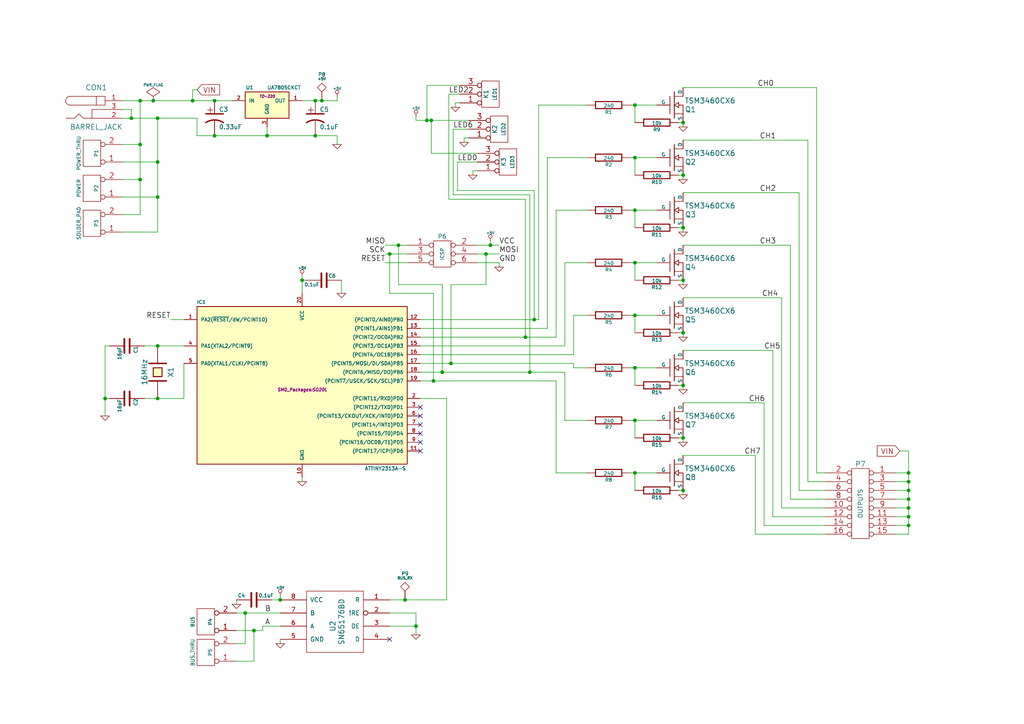
<source format=kicad_sch>
(kicad_sch (version 20230121) (generator eeschema)
  (paper "A4")
  (lib_symbols
    (symbol "loraine_node-rescue:+5V" (power) (pin_names (offset 1.016))
      (property "Value" "+5V" (at 0 2.286 0))
      (symbol "+5V_0_0"
        (pin power_in line (at 0 0 90) (length 0) hide (name "+5V") (number "1"))
      )
      (symbol "+5V_0_1"
        (polyline (pts (xy 0 0) (xy 0 0.762) (xy 0 0.762) (xy 0 0.762)))
        (circle (center 0 1.27) (radius 0.508))
      )
    )
    (symbol "loraine_node-rescue:ATTINY2313A-S" (pin_names (offset 1.016))
      (property "Reference" "IC" (at -29.21 25.4 0))
      (property "Value" "ATTINY2313A-S" (at 24.13 -22.86 0))
      (property "Footprint" "SO20" (at 0 0 0))
      (symbol "ATTINY2313A-S_0_1"
        (rectangle (start 30.48 -21.59) (end -30.48 24.13) (stroke (width 0.254)) (fill (type background)))
      )
      (symbol "ATTINY2313A-S_1_1"
        (pin input line (at -34.29 20.32 0) (length 3.81) (name "PA2(~{RESET}/dW/PCINT10)") (number "1"))
        (pin power_out line (at 0 -25.4 90) (length 3.81) (name "GND") (number "10"))
        (pin bidirectional line (at 34.29 -17.78 180) (length 3.81) (name "(PCINT17/ICPI)PD6") (number "11"))
        (pin bidirectional line (at 34.29 20.32 180) (length 3.81) (name "(PCINT0/AIN0)PB0") (number "12"))
        (pin bidirectional line (at 34.29 17.78 180) (length 3.81) (name "(PCINT1/AIN1)PB1") (number "13"))
        (pin bidirectional line (at 34.29 15.24 180) (length 3.81) (name "(PCINT2/OC0A)PB2") (number "14"))
        (pin bidirectional line (at 34.29 12.7 180) (length 3.81) (name "(PCINT3/OC1A)PB3") (number "15"))
        (pin bidirectional line (at 34.29 10.16 180) (length 3.81) (name "(PCINT4/OC1B)PB4") (number "16"))
        (pin bidirectional line (at 34.29 7.62 180) (length 3.81) (name "(PCINT5/MOSI/DI/SDA)PB5") (number "17"))
        (pin bidirectional line (at 34.29 5.08 180) (length 3.81) (name "(PCINT6/MISO/DO)PB6") (number "18"))
        (pin bidirectional line (at 34.29 2.54 180) (length 3.81) (name "(PCINT7/USCK/SCK/SCL)PB7") (number "19"))
        (pin bidirectional line (at 34.29 -2.54 180) (length 3.81) (name "(PCINT11/RXD)PD0") (number "2"))
        (pin power_in line (at 0 27.94 270) (length 3.81) (name "VCC") (number "20"))
        (pin bidirectional line (at 34.29 -5.08 180) (length 3.81) (name "(PCINT12/TXD)PD1") (number "3"))
        (pin input line (at -34.29 12.7 0) (length 3.81) (name "PA1(XTAL2/PCINT9)") (number "4"))
        (pin input line (at -34.29 7.62 0) (length 3.81) (name "PA0(XTAL1/CLKI/PCINT8)") (number "5"))
        (pin bidirectional line (at 34.29 -7.62 180) (length 3.81) (name "(PCINT13/CKOUT/XCK/INT0)PD2") (number "6"))
        (pin bidirectional line (at 34.29 -10.16 180) (length 3.81) (name "(PCINT14/INT1)PD3") (number "7"))
        (pin bidirectional line (at 34.29 -12.7 180) (length 3.81) (name "(PCINT15/T0)PD4") (number "8"))
        (pin bidirectional line (at 34.29 -15.24 180) (length 3.81) (name "(PCINT16/OC0B/T1)PD5") (number "9"))
      )
    )
    (symbol "loraine_node-rescue:BARREL_JACK" (pin_names (offset 1.016))
      (property "Reference" "CON" (at 0 6.35 0))
      (property "Value" "BARREL_JACK" (at 0 -5.08 0))
      (symbol "BARREL_JACK_0_1"
        (arc (start -8.89 2.54) (mid -8.5271 1.6254) (end -7.62 1.27))
        (arc (start -7.62 3.81) (mid -8.5088 3.4366) (end -8.89 2.54))
        (polyline (pts (xy -7.62 1.27) (xy 0 1.27)))
        (polyline (pts (xy 0 3.81) (xy -7.62 3.81)))
        (polyline (pts (xy 2.54 0) (xy -1.27 0) (xy -1.27 -2.54)))
        (polyline (pts (xy 2.54 -2.54) (xy -3.81 -2.54) (xy -5.08 -1.27) (xy -6.35 -2.54) (xy -8.89 -2.54)))
        (rectangle (start 2.54 3.81) (end 0 1.27))
      )
      (symbol "BARREL_JACK_1_1"
        (pin passive line (at 7.62 2.54 180) (length 5.08) (name "~") (number "1"))
        (pin passive line (at 7.62 -2.54 180) (length 5.08) (name "~") (number "2"))
        (pin passive line (at 7.62 0 180) (length 5.08) (name "~") (number "3"))
      )
    )
    (symbol "loraine_node-rescue:C" (pin_numbers hide) (pin_names (offset 0.254))
      (property "Reference" "C" (at 0 2.54 0))
      (property "Value" "C" (at 0.1524 -2.159 0))
      (symbol "C_0_1"
        (polyline (pts (xy -2.032 -0.762) (xy 2.032 -0.762)) (stroke (width 0.508)))
        (polyline (pts (xy -2.032 0.762) (xy 2.032 0.762)) (stroke (width 0.508)))
      )
      (symbol "C_1_1"
        (pin passive line (at 0 5.08 270) (length 4.318) (name "~") (number "1"))
        (pin passive line (at 0 -5.08 90) (length 4.318) (name "~") (number "2"))
      )
    )
    (symbol "loraine_node-rescue:CONN_2" (pin_names (offset 1.016) hide)
      (property "Reference" "P" (at -1.27 0 90))
      (property "Value" "CONN_2" (at 1.27 0 90))
      (symbol "CONN_2_0_1"
        (rectangle (start -2.54 3.81) (end 2.54 -3.81))
      )
      (symbol "CONN_2_1_1"
        (pin passive inverted (at -8.89 2.54 0) (length 6.35) (name "P1") (number "1"))
        (pin passive inverted (at -8.89 -2.54 0) (length 6.35) (name "PM") (number "2"))
      )
    )
    (symbol "loraine_node-rescue:CONN_3" (pin_names (offset 1.016) hide)
      (property "Reference" "K" (at -1.27 0 90))
      (property "Value" "CONN_3" (at 1.27 0 90))
      (symbol "CONN_3_0_1"
        (rectangle (start -2.54 3.81) (end 2.54 -3.81))
      )
      (symbol "CONN_3_1_1"
        (pin passive inverted (at -8.89 2.54 0) (length 6.35) (name "P1") (number "1"))
        (pin passive inverted (at -8.89 0 0) (length 6.35) (name "PM") (number "2"))
        (pin passive inverted (at -8.89 -2.54 0) (length 6.35) (name "P3") (number "3"))
      )
    )
    (symbol "loraine_node-rescue:CONN_3X2" (pin_names (offset 1.016) hide)
      (property "Reference" "P" (at 0 6.35 0))
      (property "Value" "CONN_3X2" (at 0 1.27 90))
      (symbol "CONN_3X2_0_1"
        (rectangle (start -2.54 5.08) (end 2.54 -2.54))
      )
      (symbol "CONN_3X2_1_1"
        (pin passive inverted (at -10.16 3.81 0) (length 7.62) (name "1") (number "1"))
        (pin passive inverted (at 10.16 3.81 180) (length 7.62) (name "2") (number "2"))
        (pin passive inverted (at -10.16 1.27 0) (length 7.62) (name "3") (number "3"))
        (pin passive inverted (at 10.16 1.27 180) (length 7.62) (name "4") (number "4"))
        (pin passive inverted (at -10.16 -1.27 0) (length 7.62) (name "5") (number "5"))
        (pin passive inverted (at 10.16 -1.27 180) (length 7.62) (name "6") (number "6"))
      )
    )
    (symbol "loraine_node-rescue:CONN_8X2" (pin_names (offset 1.016))
      (property "Reference" "P" (at 0 11.43 0))
      (property "Value" "CONN_8X2" (at 0 0 90))
      (symbol "CONN_8X2_0_1"
        (rectangle (start -2.54 10.16) (end 2.54 -10.16))
      )
      (symbol "CONN_8X2_1_1"
        (pin passive inverted (at -10.16 8.89 0) (length 7.62) (name "~") (number "1"))
        (pin passive inverted (at 10.16 -1.27 180) (length 7.62) (name "~") (number "10"))
        (pin passive inverted (at -10.16 -3.81 0) (length 7.62) (name "~") (number "11"))
        (pin passive inverted (at 10.16 -3.81 180) (length 7.62) (name "~") (number "12"))
        (pin passive inverted (at -10.16 -6.35 0) (length 7.62) (name "~") (number "13"))
        (pin passive inverted (at 10.16 -6.35 180) (length 7.62) (name "~") (number "14"))
        (pin passive inverted (at -10.16 -8.89 0) (length 7.62) (name "~") (number "15"))
        (pin passive inverted (at 10.16 -8.89 180) (length 7.62) (name "~") (number "16"))
        (pin passive inverted (at 10.16 8.89 180) (length 7.62) (name "~") (number "2"))
        (pin passive inverted (at -10.16 6.35 0) (length 7.62) (name "~") (number "3"))
        (pin passive inverted (at 10.16 6.35 180) (length 7.62) (name "~") (number "4"))
        (pin passive inverted (at -10.16 3.81 0) (length 7.62) (name "~") (number "5"))
        (pin passive inverted (at 10.16 3.81 180) (length 7.62) (name "~") (number "6"))
        (pin passive inverted (at -10.16 1.27 0) (length 7.62) (name "~") (number "7"))
        (pin passive inverted (at 10.16 1.27 180) (length 7.62) (name "~") (number "8"))
        (pin passive inverted (at -10.16 -1.27 0) (length 7.62) (name "~") (number "9"))
      )
    )
    (symbol "loraine_node-rescue:CP1" (pin_numbers hide) (pin_names (offset 0.254) hide)
      (property "Reference" "C" (at 1.27 2.54 0))
      (property "Value" "CP1" (at 1.27 -2.54 0))
      (symbol "CP1_0_0"
        (text "+" (at -1.27 2.54 0) (effects (font (size 2.032 2.032))))
      )
      (symbol "CP1_0_1"
        (polyline (pts (xy -2.54 1.27) (xy 2.54 1.27) (xy 1.27 1.27) (xy 1.27 1.27)) (stroke (width 0.381)))
        (arc (start 2.54 -1.27) (mid 0 -0.5009) (end -2.54 -1.27) (stroke (width 0.381)))
      )
      (symbol "CP1_1_1"
        (pin passive line (at 0 5.08 270) (length 3.81) (name "~") (number "1"))
        (pin passive line (at 0 -5.08 90) (length 4.572) (name "~") (number "2"))
      )
    )
    (symbol "loraine_node-rescue:CRYSTAL" (pin_numbers hide) (pin_names (offset 1.016) hide)
      (property "Reference" "X" (at 0 3.81 0))
      (property "Value" "CRYSTAL" (at 0 -3.81 0))
      (symbol "CRYSTAL_0_1"
        (polyline (pts (xy -2.54 2.54) (xy -2.54 -2.54)) (stroke (width 0.4064)))
        (polyline (pts (xy 2.54 2.54) (xy 2.54 -2.54)) (stroke (width 0.4064)))
        (polyline (pts (xy -1.27 1.27) (xy 1.27 1.27) (xy 1.27 -1.27) (xy -1.27 -1.27) (xy -1.27 1.27)) (stroke (width 0.3048)) (fill (type background)))
      )
      (symbol "CRYSTAL_1_1"
        (pin passive line (at -7.62 0 0) (length 5.08) (name "1") (number "1"))
        (pin passive line (at 7.62 0 180) (length 5.08) (name "2") (number "2"))
      )
    )
    (symbol "loraine_node-rescue:GND" (power) (pin_names (offset 0))
      (symbol "GND_0_1"
        (polyline (pts (xy -1.27 0) (xy 0 -1.27) (xy 1.27 0) (xy -1.27 0)))
      )
      (symbol "GND_1_1"
        (pin power_in line (at 0 0 90) (length 0) hide (name "GND") (number "1"))
      )
    )
    (symbol "loraine_node-rescue:MOS_N" (pin_numbers hide) (pin_names (offset 0))
      (property "Reference" "Q" (at 0.254 4.318 0))
      (property "Value" "MOS_N" (at 0.254 -3.81 0))
      (symbol "MOS_N_0_1"
        (polyline (pts (xy -1.27 -2.54) (xy -1.27 2.54)) (stroke (width 0.2032)))
        (polyline (pts (xy 0 -3.81) (xy 0 3.81)) (stroke (width 0.254)))
        (polyline (pts (xy 2.54 -2.54) (xy 0 -2.54)))
        (polyline (pts (xy 2.54 2.54) (xy 0 2.54)))
        (polyline (pts (xy 2.54 -2.54) (xy 2.54 0) (xy 1.27 0)) (stroke (width 0.2032)))
        (polyline (pts (xy 1.27 0.762) (xy 1.27 -0.762) (xy 0 0) (xy 1.27 0.762) (xy 1.27 0.762)) (stroke (width 0.2032)))
      )
      (symbol "MOS_N_1_1"
        (pin passive line (at 2.54 5.08 270) (length 2.54) (name "D") (number "D"))
        (pin input line (at -5.08 0 0) (length 3.81) (name "G") (number "G"))
        (pin passive line (at 2.54 -5.08 90) (length 2.54) (name "S") (number "S"))
      )
    )
    (symbol "loraine_node-rescue:PWR_FLAG" (power) (pin_numbers hide) (pin_names (offset 0) hide)
      (property "Value" "PWR_FLAG" (at 0 4.572 0))
      (symbol "PWR_FLAG_0_0"
        (pin power_out line (at 0 0 90) (length 0) (name "pwr") (number "1"))
      )
      (symbol "PWR_FLAG_0_1"
        (polyline (pts (xy 0 0) (xy 0 1.27) (xy -1.905 2.54) (xy 0 3.81) (xy 1.905 2.54) (xy 0 1.27)))
      )
    )
    (symbol "loraine_node-rescue:R" (pin_numbers hide) (pin_names (offset 0))
      (property "Reference" "R" (at 2.032 0 90))
      (property "Value" "R" (at 0.1778 0.0254 90))
      (symbol "R_0_1"
        (rectangle (start -1.016 3.81) (end 1.016 -3.81) (stroke (width 0.3048)))
      )
      (symbol "R_1_1"
        (pin passive line (at 0 6.35 270) (length 2.54) (name "~") (number "1"))
        (pin passive line (at 0 -6.35 90) (length 2.54) (name "~") (number "2"))
      )
    )
    (symbol "loraine_node-rescue:SN65176BD" (pin_names (offset 1.016))
      (property "Reference" "U" (at 8.89 7.62 90))
      (property "Value" "SN65176BD" (at 6.35 8.89 90))
      (symbol "SN65176BD_0_1"
        (rectangle (start 0 17.78) (end 16.51 0))
      )
      (symbol "SN65176BD_1_1"
        (pin output line (at -7.62 15.24 0) (length 7.62) (name "R") (number "1"))
        (pin input inverted (at -7.62 11.43 0) (length 7.62) (name "!RE") (number "2"))
        (pin input line (at -7.62 7.62 0) (length 7.62) (name "DE") (number "3"))
        (pin input line (at -7.62 3.81 0) (length 7.62) (name "D") (number "4"))
        (pin power_in line (at 24.13 3.81 180) (length 7.62) (name "GND") (number "5"))
        (pin tri_state line (at 24.13 7.62 180) (length 7.62) (name "A") (number "6"))
        (pin tri_state line (at 24.13 11.43 180) (length 7.62) (name "B") (number "7"))
        (pin power_in line (at 24.13 15.24 180) (length 7.62) (name "VCC") (number "8"))
      )
    )
    (symbol "loraine_node-rescue:TST" (pin_numbers hide) (pin_names (offset 1.016) hide)
      (property "Reference" "P" (at 0 7.62 0))
      (property "Value" "TST" (at 0 6.35 0))
      (symbol "TST_0_1"
        (polyline (pts (xy 0 5.08) (xy -1.27 3.81) (xy 0 2.54) (xy 1.27 3.81) (xy 0 5.08) (xy 0 5.08)))
      )
      (symbol "TST_1_1"
        (pin passive line (at 0 0 90) (length 2.54) (name "~") (number "1"))
      )
    )
    (symbol "ua7805ckct:UA7805CKCT" (pin_names (offset 1.016))
      (property "Reference" "U" (at -5.08 5.08 0))
      (property "Value" "UA7805CKCT" (at 0 5.08 0))
      (property "Footprint" "TO-220" (at 0 2.54 0))
      (symbol "UA7805CKCT_0_1"
        (rectangle (start -6.35 3.81) (end 6.35 -3.81) (stroke (width 0.254)) (fill (type background)))
      )
      (symbol "UA7805CKCT_1_1"
        (pin power_out line (at 10.16 1.27 180) (length 3.81) (name "OUT") (number "1"))
        (pin input line (at -10.16 1.27 0) (length 3.81) (name "IN") (number "2"))
        (pin power_in line (at 0 -6.35 90) (length 2.54) (name "GND") (number "3"))
      )
    )
  )
  (junction (at 263.525 139.7))
  (junction (at 198.12 127))
  (junction (at 142.24 71.12))
  (junction (at 154.94 92.71))
  (junction (at 198.12 142.24))
  (junction (at 38.1 34.29))
  (junction (at 198.12 66.04))
  (junction (at 184.15 137.16))
  (junction (at 113.03 73.66))
  (junction (at 45.72 57.15))
  (junction (at 198.12 35.56))
  (junction (at 40.64 41.91))
  (junction (at 87.63 81.28))
  (junction (at 91.44 29.21))
  (junction (at 44.45 29.21))
  (junction (at 263.525 147.32))
  (junction (at 184.15 45.72))
  (junction (at 91.44 39.37))
  (junction (at 184.15 76.2))
  (junction (at 125.73 110.49))
  (junction (at 73.66 182.88))
  (junction (at 45.72 115.57))
  (junction (at 152.4 97.79))
  (junction (at 81.28 173.99))
  (junction (at 40.64 52.07))
  (junction (at 77.47 39.37))
  (junction (at 30.48 115.57))
  (junction (at 117.475 173.99))
  (junction (at 198.12 50.8))
  (junction (at 62.23 29.21))
  (junction (at 263.525 144.78))
  (junction (at 115.57 71.12))
  (junction (at 184.15 60.96))
  (junction (at 40.64 29.21))
  (junction (at 198.12 111.76))
  (junction (at 45.72 100.33))
  (junction (at 45.72 46.99))
  (junction (at 45.72 34.29))
  (junction (at 263.525 137.16))
  (junction (at 62.23 39.37))
  (junction (at 263.525 152.4))
  (junction (at 153.67 107.95))
  (junction (at 71.12 177.8))
  (junction (at 125.095 34.925))
  (junction (at 123.825 34.925))
  (junction (at 55.88 29.21))
  (junction (at 140.97 73.66))
  (junction (at 198.12 96.52))
  (junction (at 263.525 149.86))
  (junction (at 184.15 91.44))
  (junction (at 263.525 142.24))
  (junction (at 184.15 30.48))
  (junction (at 184.15 106.68))
  (junction (at 184.15 121.92))
  (junction (at 130.81 105.41))
  (junction (at 128.27 107.95))
  (junction (at 198.12 81.28))
  (junction (at 120.65 181.61))
  (junction (at 93.345 29.21))
  (no_connect (at 121.92 130.81))
  (no_connect (at 113.03 185.42))
  (no_connect (at 121.92 128.27))
  (no_connect (at 121.92 123.19))
  (no_connect (at 121.92 118.11))
  (no_connect (at 121.92 120.65))
  (no_connect (at 121.92 125.73))
  (wire (pts (xy 121.92 102.87) (xy 166.37 102.87)))
  (wire (pts (xy 263.525 142.24) (xy 259.715 142.24)))
  (wire (pts (xy 113.03 181.61) (xy 120.65 181.61)))
  (wire (pts (xy 184.15 96.52) (xy 184.15 91.44)))
  (wire (pts (xy 263.525 149.86) (xy 259.715 149.86)))
  (wire (pts (xy 113.03 73.66) (xy 118.11 73.66)))
  (wire (pts (xy 263.525 144.78) (xy 263.525 147.32)))
  (wire (pts (xy 115.57 71.12) (xy 115.57 82.55)))
  (wire (pts (xy 132.08 31.115) (xy 132.08 29.845)))
  (wire (pts (xy 40.64 29.21) (xy 40.64 41.91)))
  (wire (pts (xy 158.75 45.72) (xy 170.18 45.72)))
  (wire (pts (xy 184.15 45.72) (xy 190.5 45.72)))
  (wire (pts (xy 166.37 106.68) (xy 170.18 106.68)))
  (wire (pts (xy 184.15 121.92) (xy 190.5 121.92)))
  (wire (pts (xy 132.715 46.99) (xy 132.715 55.245)))
  (wire (pts (xy 263.525 137.16) (xy 263.525 139.7)))
  (wire (pts (xy 134.62 40.005) (xy 135.89 40.005)))
  (wire (pts (xy 198.12 142.24) (xy 198.12 143.51)))
  (wire (pts (xy 45.72 67.31) (xy 35.56 67.31)))
  (wire (pts (xy 182.88 121.92) (xy 184.15 121.92)))
  (wire (pts (xy 113.03 85.09) (xy 125.73 85.09)))
  (wire (pts (xy 97.79 39.37) (xy 97.79 41.91)))
  (wire (pts (xy 87.63 81.28) (xy 87.63 85.09)))
  (wire (pts (xy 132.715 55.245) (xy 154.94 55.245)))
  (wire (pts (xy 154.94 92.71) (xy 156.21 92.71)))
  (wire (pts (xy 130.81 105.41) (xy 166.37 105.41)))
  (wire (pts (xy 161.29 137.16) (xy 170.18 137.16)))
  (wire (pts (xy 263.525 144.78) (xy 259.715 144.78)))
  (wire (pts (xy 76.2 181.61) (xy 81.28 181.61)))
  (wire (pts (xy 130.175 27.305) (xy 130.175 57.785)))
  (wire (pts (xy 184.15 76.2) (xy 190.5 76.2)))
  (wire (pts (xy 120.65 33.655) (xy 120.65 34.925)))
  (wire (pts (xy 198.12 35.56) (xy 198.12 36.83)))
  (wire (pts (xy 57.15 39.37) (xy 62.23 39.37)))
  (wire (pts (xy 184.15 91.44) (xy 190.5 91.44)))
  (wire (pts (xy 198.12 71.12) (xy 229.235 71.12)))
  (wire (pts (xy 76.2 182.88) (xy 76.2 181.61)))
  (wire (pts (xy 128.27 107.95) (xy 153.67 107.95)))
  (wire (pts (xy 219.075 132.08) (xy 219.075 154.94)))
  (wire (pts (xy 128.27 82.55) (xy 128.27 107.95)))
  (wire (pts (xy 99.06 81.28) (xy 99.06 85.09)))
  (wire (pts (xy 111.76 73.66) (xy 113.03 73.66)))
  (wire (pts (xy 40.64 29.21) (xy 44.45 29.21)))
  (wire (pts (xy 152.4 57.785) (xy 152.4 97.79)))
  (wire (pts (xy 44.45 29.21) (xy 55.88 29.21)))
  (wire (pts (xy 111.76 76.2) (xy 118.11 76.2)))
  (wire (pts (xy 115.57 71.12) (xy 118.11 71.12)))
  (wire (pts (xy 73.66 182.88) (xy 76.2 182.88)))
  (wire (pts (xy 113.03 177.8) (xy 120.65 177.8)))
  (wire (pts (xy 142.24 71.12) (xy 144.78 71.12)))
  (wire (pts (xy 198.12 50.8) (xy 198.12 52.07)))
  (wire (pts (xy 138.43 71.12) (xy 142.24 71.12)))
  (wire (pts (xy 137.16 50.8) (xy 137.16 49.53)))
  (wire (pts (xy 49.53 92.71) (xy 53.34 92.71)))
  (wire (pts (xy 153.67 56.515) (xy 131.445 56.515)))
  (wire (pts (xy 198.12 40.64) (xy 234.315 40.64)))
  (wire (pts (xy 196.85 127) (xy 198.12 127)))
  (wire (pts (xy 229.235 71.12) (xy 229.235 144.78)))
  (wire (pts (xy 55.88 29.21) (xy 62.23 29.21)))
  (wire (pts (xy 166.37 102.87) (xy 166.37 91.44)))
  (wire (pts (xy 198.12 111.76) (xy 198.12 113.03)))
  (wire (pts (xy 154.94 55.245) (xy 154.94 92.71)))
  (wire (pts (xy 221.615 116.84) (xy 198.12 116.84)))
  (wire (pts (xy 45.72 100.33) (xy 53.34 100.33)))
  (wire (pts (xy 156.21 30.48) (xy 170.18 30.48)))
  (wire (pts (xy 40.64 52.07) (xy 35.56 52.07)))
  (wire (pts (xy 40.64 52.07) (xy 40.64 62.23)))
  (wire (pts (xy 158.75 95.25) (xy 158.75 45.72)))
  (wire (pts (xy 45.72 34.29) (xy 57.15 34.29)))
  (wire (pts (xy 161.29 97.79) (xy 161.29 60.96)))
  (wire (pts (xy 81.28 173.99) (xy 81.28 172.72)))
  (wire (pts (xy 71.12 177.8) (xy 71.12 186.69)))
  (wire (pts (xy 263.525 154.94) (xy 259.715 154.94)))
  (wire (pts (xy 263.525 139.7) (xy 259.715 139.7)))
  (wire (pts (xy 117.475 173.99) (xy 113.03 173.99)))
  (wire (pts (xy 38.1 34.29) (xy 45.72 34.29)))
  (wire (pts (xy 137.16 49.53) (xy 138.43 49.53)))
  (wire (pts (xy 234.315 139.7) (xy 239.395 139.7)))
  (wire (pts (xy 184.15 50.8) (xy 184.15 45.72)))
  (wire (pts (xy 184.15 66.04) (xy 184.15 60.96)))
  (wire (pts (xy 91.44 29.21) (xy 93.345 29.21)))
  (wire (pts (xy 263.525 137.16) (xy 259.715 137.16)))
  (wire (pts (xy 121.92 95.25) (xy 158.75 95.25)))
  (wire (pts (xy 236.855 137.16) (xy 236.855 25.4)))
  (wire (pts (xy 77.47 39.37) (xy 77.47 36.83)))
  (wire (pts (xy 93.345 29.21) (xy 97.79 29.21)))
  (wire (pts (xy 263.525 147.32) (xy 263.525 149.86)))
  (wire (pts (xy 120.65 181.61) (xy 120.65 184.15)))
  (wire (pts (xy 57.15 34.29) (xy 57.15 39.37)))
  (wire (pts (xy 140.97 82.55) (xy 140.97 73.66)))
  (wire (pts (xy 45.72 34.29) (xy 45.72 46.99)))
  (wire (pts (xy 259.715 152.4) (xy 263.525 152.4)))
  (wire (pts (xy 132.715 46.99) (xy 138.43 46.99)))
  (wire (pts (xy 45.72 46.99) (xy 45.72 57.15)))
  (wire (pts (xy 198.12 96.52) (xy 198.12 97.79)))
  (wire (pts (xy 184.15 111.76) (xy 184.15 106.68)))
  (wire (pts (xy 263.525 152.4) (xy 263.525 154.94)))
  (wire (pts (xy 125.095 44.45) (xy 138.43 44.45)))
  (wire (pts (xy 35.56 46.99) (xy 45.72 46.99)))
  (wire (pts (xy 260.985 130.81) (xy 263.525 130.81)))
  (wire (pts (xy 153.67 107.95) (xy 153.67 56.515)))
  (wire (pts (xy 198.12 132.08) (xy 219.075 132.08)))
  (wire (pts (xy 182.88 91.44) (xy 184.15 91.44)))
  (wire (pts (xy 198.12 127) (xy 198.12 128.27)))
  (wire (pts (xy 182.88 45.72) (xy 184.15 45.72)))
  (wire (pts (xy 121.92 100.33) (xy 163.83 100.33)))
  (wire (pts (xy 68.58 173.99) (xy 68.58 175.26)))
  (wire (pts (xy 153.67 107.95) (xy 163.83 107.95)))
  (wire (pts (xy 123.825 24.765) (xy 133.35 24.765)))
  (wire (pts (xy 113.03 85.09) (xy 113.03 73.66)))
  (wire (pts (xy 87.63 29.21) (xy 91.44 29.21)))
  (wire (pts (xy 182.88 60.96) (xy 184.15 60.96)))
  (wire (pts (xy 236.855 25.4) (xy 198.12 25.4)))
  (wire (pts (xy 263.525 149.86) (xy 263.525 152.4)))
  (wire (pts (xy 111.76 71.12) (xy 115.57 71.12)))
  (wire (pts (xy 87.63 80.01) (xy 87.63 81.28)))
  (wire (pts (xy 263.525 130.81) (xy 263.525 137.16)))
  (wire (pts (xy 131.445 56.515) (xy 131.445 37.465)))
  (wire (pts (xy 163.83 100.33) (xy 163.83 76.2)))
  (wire (pts (xy 239.395 142.24) (xy 231.775 142.24)))
  (wire (pts (xy 120.65 34.925) (xy 123.825 34.925)))
  (wire (pts (xy 239.395 147.32) (xy 226.695 147.32)))
  (wire (pts (xy 30.48 100.33) (xy 30.48 115.57)))
  (wire (pts (xy 163.83 121.92) (xy 170.18 121.92)))
  (wire (pts (xy 88.9 81.28) (xy 87.63 81.28)))
  (wire (pts (xy 125.73 110.49) (xy 161.29 110.49)))
  (wire (pts (xy 234.315 40.64) (xy 234.315 139.7)))
  (wire (pts (xy 196.85 50.8) (xy 198.12 50.8)))
  (wire (pts (xy 142.24 71.12) (xy 142.24 69.85)))
  (wire (pts (xy 161.29 110.49) (xy 161.29 137.16)))
  (wire (pts (xy 196.85 96.52) (xy 198.12 96.52)))
  (wire (pts (xy 97.79 29.21) (xy 97.79 27.94)))
  (wire (pts (xy 129.54 173.99) (xy 117.475 173.99)))
  (wire (pts (xy 129.54 115.57) (xy 129.54 173.99)))
  (wire (pts (xy 35.56 29.21) (xy 40.64 29.21)))
  (wire (pts (xy 184.15 30.48) (xy 190.5 30.48)))
  (wire (pts (xy 226.695 147.32) (xy 226.695 86.36)))
  (wire (pts (xy 68.58 182.88) (xy 73.66 182.88)))
  (wire (pts (xy 45.72 57.15) (xy 45.72 67.31)))
  (wire (pts (xy 41.91 115.57) (xy 45.72 115.57)))
  (wire (pts (xy 221.615 152.4) (xy 221.615 116.84)))
  (wire (pts (xy 140.97 73.66) (xy 144.78 73.66)))
  (wire (pts (xy 196.85 142.24) (xy 198.12 142.24)))
  (wire (pts (xy 224.155 101.6) (xy 224.155 149.86)))
  (wire (pts (xy 144.78 76.2) (xy 144.78 77.47)))
  (wire (pts (xy 40.64 62.23) (xy 35.56 62.23)))
  (wire (pts (xy 239.395 152.4) (xy 221.615 152.4)))
  (wire (pts (xy 62.23 39.37) (xy 77.47 39.37)))
  (wire (pts (xy 71.12 177.8) (xy 81.28 177.8)))
  (wire (pts (xy 239.395 137.16) (xy 236.855 137.16)))
  (wire (pts (xy 77.47 39.37) (xy 91.44 39.37)))
  (wire (pts (xy 35.56 41.91) (xy 40.64 41.91)))
  (wire (pts (xy 81.28 185.42) (xy 81.28 186.69)))
  (wire (pts (xy 130.175 57.785) (xy 152.4 57.785)))
  (wire (pts (xy 163.83 107.95) (xy 163.83 121.92)))
  (wire (pts (xy 263.525 139.7) (xy 263.525 142.24)))
  (wire (pts (xy 132.08 29.845) (xy 133.35 29.845)))
  (wire (pts (xy 161.29 60.96) (xy 170.18 60.96)))
  (wire (pts (xy 198.12 81.28) (xy 198.12 82.55)))
  (wire (pts (xy 53.34 115.57) (xy 53.34 105.41)))
  (wire (pts (xy 121.92 107.95) (xy 128.27 107.95)))
  (wire (pts (xy 78.74 173.99) (xy 81.28 173.99)))
  (wire (pts (xy 263.525 142.24) (xy 263.525 144.78)))
  (wire (pts (xy 184.15 106.68) (xy 190.5 106.68)))
  (wire (pts (xy 125.095 34.925) (xy 125.095 44.45)))
  (wire (pts (xy 123.825 34.925) (xy 125.095 34.925)))
  (wire (pts (xy 131.445 37.465) (xy 135.89 37.465)))
  (wire (pts (xy 121.92 105.41) (xy 130.81 105.41)))
  (wire (pts (xy 231.775 142.24) (xy 231.775 55.88)))
  (wire (pts (xy 121.92 92.71) (xy 154.94 92.71)))
  (wire (pts (xy 87.63 138.43) (xy 87.63 139.7)))
  (wire (pts (xy 156.21 92.71) (xy 156.21 30.48)))
  (wire (pts (xy 120.65 177.8) (xy 120.65 181.61)))
  (wire (pts (xy 182.88 137.16) (xy 184.15 137.16)))
  (wire (pts (xy 166.37 105.41) (xy 166.37 106.68)))
  (wire (pts (xy 196.85 66.04) (xy 198.12 66.04)))
  (wire (pts (xy 38.1 31.75) (xy 38.1 34.29)))
  (wire (pts (xy 184.15 137.16) (xy 190.5 137.16)))
  (wire (pts (xy 31.75 115.57) (xy 30.48 115.57)))
  (wire (pts (xy 196.85 81.28) (xy 198.12 81.28)))
  (wire (pts (xy 123.825 34.925) (xy 123.825 24.765)))
  (wire (pts (xy 182.88 76.2) (xy 184.15 76.2)))
  (wire (pts (xy 196.85 111.76) (xy 198.12 111.76)))
  (wire (pts (xy 229.235 144.78) (xy 239.395 144.78)))
  (wire (pts (xy 130.81 82.55) (xy 130.81 105.41)))
  (wire (pts (xy 55.88 26.035) (xy 55.88 29.21)))
  (wire (pts (xy 184.15 81.28) (xy 184.15 76.2)))
  (wire (pts (xy 125.095 34.925) (xy 135.89 34.925)))
  (wire (pts (xy 184.15 127) (xy 184.15 121.92)))
  (wire (pts (xy 163.83 76.2) (xy 170.18 76.2)))
  (wire (pts (xy 35.56 31.75) (xy 38.1 31.75)))
  (wire (pts (xy 35.56 34.29) (xy 38.1 34.29)))
  (wire (pts (xy 224.155 149.86) (xy 239.395 149.86)))
  (wire (pts (xy 184.15 60.96) (xy 190.5 60.96)))
  (wire (pts (xy 231.775 55.88) (xy 198.12 55.88)))
  (wire (pts (xy 73.66 191.77) (xy 68.58 191.77)))
  (wire (pts (xy 71.12 186.69) (xy 68.58 186.69)))
  (wire (pts (xy 30.48 115.57) (xy 30.48 120.65)))
  (wire (pts (xy 184.15 35.56) (xy 184.15 30.48)))
  (wire (pts (xy 226.695 86.36) (xy 198.12 86.36)))
  (wire (pts (xy 138.43 73.66) (xy 140.97 73.66)))
  (wire (pts (xy 121.92 115.57) (xy 129.54 115.57)))
  (wire (pts (xy 198.12 66.04) (xy 198.12 67.31)))
  (wire (pts (xy 152.4 97.79) (xy 161.29 97.79)))
  (wire (pts (xy 219.075 154.94) (xy 239.395 154.94)))
  (wire (pts (xy 31.75 100.33) (xy 30.48 100.33)))
  (wire (pts (xy 41.91 100.33) (xy 45.72 100.33)))
  (wire (pts (xy 73.66 182.88) (xy 73.66 191.77)))
  (wire (pts (xy 115.57 82.55) (xy 128.27 82.55)))
  (wire (pts (xy 134.62 41.275) (xy 134.62 40.005)))
  (wire (pts (xy 62.23 29.21) (xy 67.31 29.21)))
  (wire (pts (xy 40.64 41.91) (xy 40.64 52.07)))
  (wire (pts (xy 263.525 147.32) (xy 259.715 147.32)))
  (wire (pts (xy 45.72 115.57) (xy 53.34 115.57)))
  (wire (pts (xy 130.81 82.55) (xy 140.97 82.55)))
  (wire (pts (xy 130.175 27.305) (xy 133.35 27.305)))
  (wire (pts (xy 45.72 57.15) (xy 35.56 57.15)))
  (wire (pts (xy 166.37 91.44) (xy 170.18 91.44)))
  (wire (pts (xy 198.12 101.6) (xy 224.155 101.6)))
  (wire (pts (xy 91.44 39.37) (xy 97.79 39.37)))
  (wire (pts (xy 68.58 177.8) (xy 71.12 177.8)))
  (wire (pts (xy 182.88 106.68) (xy 184.15 106.68)))
  (wire (pts (xy 138.43 76.2) (xy 144.78 76.2)))
  (wire (pts (xy 125.73 85.09) (xy 125.73 110.49)))
  (wire (pts (xy 121.92 97.79) (xy 152.4 97.79)))
  (wire (pts (xy 121.92 110.49) (xy 125.73 110.49)))
  (wire (pts (xy 182.88 30.48) (xy 184.15 30.48)))
  (wire (pts (xy 184.15 142.24) (xy 184.15 137.16)))
  (wire (pts (xy 196.85 35.56) (xy 198.12 35.56)))
  (wire (pts (xy 55.88 26.035) (xy 57.15 26.035)))
  (label "SCK" (at 111.76 73.66 180) (effects (font (size 1.524 1.524))))
  (label "CH2" (at 220.345 55.88 0) (effects (font (size 1.524 1.524))))
  (label "MOSI" (at 144.78 73.66 0) (effects (font (size 1.524 1.524))))
  (label "GND" (at 144.78 76.2 0) (effects (font (size 1.524 1.524))))
  (label "CH3" (at 220.345 71.12 0) (effects (font (size 1.524 1.524))))
  (label "RESET" (at 49.53 92.71 180) (effects (font (size 1.524 1.524))))
  (label "CH4" (at 220.98 86.36 0) (effects (font (size 1.524 1.524))))
  (label "CH7" (at 215.9 132.08 0) (effects (font (size 1.524 1.524))))
  (label "CH6" (at 217.17 116.84 0) (effects (font (size 1.524 1.524))))
  (label "LED2" (at 130.175 27.305 0) (effects (font (size 1.524 1.524))))
  (label "B" (at 76.835 177.8 0) (effects (font (size 1.524 1.524))))
  (label "RESET" (at 111.76 76.2 180) (effects (font (size 1.524 1.524))))
  (label "CH1" (at 220.345 40.64 0) (effects (font (size 1.524 1.524))))
  (label "LED6" (at 131.445 37.465 0) (effects (font (size 1.524 1.524))))
  (label "CH0" (at 219.71 25.4 0) (effects (font (size 1.524 1.524))))
  (label "LED0" (at 132.715 46.99 0) (effects (font (size 1.524 1.524))))
  (label "A" (at 76.835 181.61 0) (effects (font (size 1.524 1.524))))
  (label "VCC" (at 144.78 71.12 0) (effects (font (size 1.524 1.524))))
  (label "MISO" (at 111.76 71.12 180) (effects (font (size 1.524 1.524))))
  (label "CH5" (at 221.615 101.6 0) (effects (font (size 1.524 1.524))))
  (global_label "VIN" (shape input) (at 260.985 130.81 180) (effects (font (size 1.524 1.524))) (property "Intersheetrefs" "${INTERSHEET_REFS}" (effects hide)))
  (global_label "VIN" (shape input) (at 57.15 26.035 0) (effects (font (size 1.524 1.524))) (property "Intersheetrefs" "${INTERSHEET_REFS}" (effects hide)))
  (symbol (lib_id "loraine_node-rescue:ATTINY2313A-S") (at 87.63 113.03 0) (unit 1)
    (property "Reference" "IC1" (at 58.42 87.63 0) (effects (font (size 1.016 1.016))))
    (property "Value" "ATTINY2313A-S" (at 111.76 135.89 0) (effects (font (size 1.016 1.016))))
    (property "Footprint" "SMD_Packages:SO20L" (at 87.63 113.03 0) (effects (font (size 0.889 0.889) italic)))
  )
  (symbol (lib_id "loraine_node-rescue:SN65176BD") (at 105.41 189.23 0) (mirror y) (unit 1)
    (property "Reference" "U2" (at 96.52 181.61 90) (effects (font (size 1.524 1.524))))
    (property "Value" "SN65176BD" (at 99.06 180.34 90) (effects (font (size 1.524 1.524))))
    (property "Footprint" "SMD_Packages:SO8E" (effects hide))
  )
  (symbol (lib_id "loraine_node-rescue:CRYSTAL") (at 45.72 107.95 270) (unit 1)
    (property "Reference" "X1" (at 49.53 107.95 0) (effects (font (size 1.524 1.524))))
    (property "Value" "16MHz" (at 41.91 107.95 0) (effects (font (size 1.524 1.524))))
    (property "Footprint" "Crystals:Crystal_HC49-SD_SMD" (effects hide))
  )
  (symbol (lib_id "loraine_node-rescue:GND") (at 30.48 120.65 0) (unit 1)
    (property "Reference" "#PWR01" (effects hide))
    (property "Value" "GND" (effects hide))
  )
  (symbol (lib_id "loraine_node-rescue:C") (at 36.83 115.57 270) (unit 1)
    (property "Reference" "C2" (at 39.37 115.57 0) (effects (font (size 1.016 1.016)) (justify left)))
    (property "Value" "16pF" (at 34.671 115.7224 0) (effects (font (size 1.016 1.016)) (justify left)))
    (property "Footprint" "Capacitors_SMD:c_0805" (effects hide))
  )
  (symbol (lib_id "loraine_node-rescue:C") (at 36.83 100.33 270) (unit 1)
    (property "Reference" "C1" (at 39.37 100.33 0) (effects (font (size 1.016 1.016)) (justify left)))
    (property "Value" "16pF" (at 34.671 100.4824 0) (effects (font (size 1.016 1.016)) (justify left)))
    (property "Footprint" "Capacitors_SMD:c_0805" (effects hide))
  )
  (symbol (lib_id "loraine_node-rescue:BARREL_JACK") (at 27.94 31.75 0) (unit 1)
    (property "Reference" "CON1" (at 27.94 25.4 0) (effects (font (size 1.524 1.524))))
    (property "Value" "BARREL_JACK" (at 27.94 36.83 0) (effects (font (size 1.524 1.524))))
    (property "Footprint" "Connect:BARREL_JACK" (effects hide))
  )
  (symbol (lib_id "loraine_node-rescue:GND") (at 97.79 41.91 0) (unit 1)
    (property "Reference" "#PWR02" (effects hide))
    (property "Value" "GND" (effects hide))
  )
  (symbol (lib_id "loraine_node-rescue:CP1") (at 91.44 34.29 0) (unit 1)
    (property "Reference" "C5" (at 92.71 31.75 0) (effects (justify left)))
    (property "Value" "0.1uF" (at 92.71 36.83 0) (effects (justify left)))
    (property "Footprint" "Capacitors_SMD:c_0805" (effects hide))
  )
  (symbol (lib_id "loraine_node-rescue:GND") (at 120.65 184.15 0) (unit 1)
    (property "Reference" "#PWR03" (effects hide))
    (property "Value" "GND" (effects hide))
  )
  (symbol (lib_id "loraine_node-rescue:CONN_2") (at 59.69 180.34 180) (unit 1)
    (property "Reference" "P4" (at 60.96 180.34 90) (effects (font (size 1.016 1.016))))
    (property "Value" "BUS" (at 55.88 180.34 90) (effects (font (size 1.016 1.016))))
    (property "Footprint" "Pin_Headers:Pin_Header_Straight_2x03" (effects hide))
  )
  (symbol (lib_id "loraine_node-rescue:C") (at 73.66 173.99 90) (unit 1)
    (property "Reference" "C4" (at 71.12 172.72 90) (effects (font (size 1.016 1.016)) (justify left)))
    (property "Value" "0.1uF" (at 79.375 172.72 90) (effects (font (size 1.016 1.016)) (justify left)))
    (property "Footprint" "Capacitors_SMD:c_0805" (effects hide))
  )
  (symbol (lib_id "loraine_node-rescue:C") (at 93.98 81.28 270) (unit 1)
    (property "Reference" "C6" (at 95.25 80.01 90) (effects (font (size 1.016 1.016)) (justify left)))
    (property "Value" "0.1uF" (at 88.265 82.55 90) (effects (font (size 1.016 1.016)) (justify left)))
    (property "Footprint" "Capacitors_SMD:c_0805" (effects hide))
  )
  (symbol (lib_id "loraine_node-rescue:GND") (at 99.06 85.09 0) (unit 1)
    (property "Reference" "#PWR04" (effects hide))
    (property "Value" "GND" (effects hide))
  )
  (symbol (lib_id "loraine_node-rescue:CONN_2") (at 26.67 44.45 180) (unit 1)
    (property "Reference" "P1" (at 27.94 44.45 90) (effects (font (size 1.016 1.016))))
    (property "Value" "POWER_THRU" (at 22.86 44.45 90) (effects (font (size 1.016 1.016))))
    (property "Footprint" "molex-22-23-2021:SIL-2" (effects hide))
  )
  (symbol (lib_id "loraine_node-rescue:CONN_2") (at 26.67 54.61 180) (unit 1)
    (property "Reference" "P2" (at 27.94 54.61 90) (effects (font (size 1.016 1.016))))
    (property "Value" "POWER" (at 22.86 54.61 90) (effects (font (size 1.016 1.016))))
    (property "Footprint" "molex-22-23-2021:SIL-2" (effects hide))
  )
  (symbol (lib_id "loraine_node-rescue:CONN_2") (at 26.67 64.77 180) (unit 1)
    (property "Reference" "P3" (at 27.94 64.77 90) (effects (font (size 1.016 1.016))))
    (property "Value" "SOLDER_PAD" (at 22.86 64.77 90) (effects (font (size 1.016 1.016))))
    (property "Footprint" "solder_pad:SIL-2" (effects hide))
  )
  (symbol (lib_id "loraine_node-rescue:CONN_3X2") (at 128.27 74.93 0) (unit 1)
    (property "Reference" "P6" (at 128.27 68.58 0))
    (property "Value" "ICSP" (at 128.27 73.66 90) (effects (font (size 1.016 1.016))))
    (property "Footprint" "molex-22-23-2021:SIL-2" (effects hide))
  )
  (symbol (lib_id "loraine_node-rescue:CONN_8X2") (at 249.555 146.05 0) (mirror y) (unit 1)
    (property "Reference" "P7" (at 249.555 134.62 0) (effects (font (size 1.524 1.524))))
    (property "Value" "OUTPUTS" (at 249.555 146.05 90))
    (property "Footprint" "molex-22-23-2021:SIL-2" (effects hide))
  )
  (symbol (lib_id "loraine_node-rescue:CP1") (at 62.23 34.29 0) (unit 1)
    (property "Reference" "C3" (at 63.5 31.75 0) (effects (justify left)))
    (property "Value" "0.33uF" (at 63.5 36.83 0) (effects (justify left)))
    (property "Footprint" "Capacitors_SMD:c_0805" (effects hide))
  )
  (symbol (lib_id "loraine_node-rescue:GND") (at 87.63 139.7 0) (unit 1)
    (property "Reference" "#PWR05" (effects hide))
    (property "Value" "GND" (effects hide))
  )
  (symbol (lib_id "loraine_node-rescue:GND") (at 144.78 77.47 0) (unit 1)
    (property "Reference" "#PWR06" (effects hide))
    (property "Value" "GND" (effects hide))
  )
  (symbol (lib_id "loraine_node-rescue:GND") (at 81.28 186.69 0) (unit 1)
    (property "Reference" "#PWR07" (effects hide))
    (property "Value" "GND" (effects hide))
  )
  (symbol (lib_id "loraine_node-rescue:GND") (at 68.58 175.26 0) (unit 1)
    (property "Reference" "#PWR08" (effects hide))
    (property "Value" "GND" (effects hide))
  )
  (symbol (lib_id "loraine_node-rescue:CONN_2") (at 59.69 189.23 180) (unit 1)
    (property "Reference" "P5" (at 60.96 189.23 90) (effects (font (size 1.016 1.016))))
    (property "Value" "BUS_THRU" (at 55.88 189.23 90) (effects (font (size 1.016 1.016))))
    (property "Footprint" "Pin_Headers:Pin_Header_Straight_2x08" (effects hide))
  )
  (symbol (lib_id "loraine_node-rescue:CONN_3") (at 142.24 27.305 0) (mirror x) (unit 1)
    (property "Reference" "K1" (at 140.97 27.305 90))
    (property "Value" "LED1" (at 143.51 27.305 90) (effects (font (size 1.016 1.016))))
    (property "Footprint" "Connect:SIL-3" (effects hide))
  )
  (symbol (lib_id "loraine_node-rescue:CONN_3") (at 144.78 37.465 0) (mirror x) (unit 1)
    (property "Reference" "K2" (at 143.51 37.465 90))
    (property "Value" "LED2" (at 146.05 37.465 90) (effects (font (size 1.016 1.016))))
    (property "Footprint" "Connect:SIL-3" (effects hide))
  )
  (symbol (lib_id "loraine_node-rescue:CONN_3") (at 147.32 46.99 0) (mirror x) (unit 1)
    (property "Reference" "K3" (at 146.05 46.99 90))
    (property "Value" "LED3" (at 148.59 46.99 90) (effects (font (size 1.016 1.016))))
    (property "Footprint" "Connect:SIL-3" (effects hide))
  )
  (symbol (lib_id "loraine_node-rescue:GND") (at 132.08 31.115 0) (unit 1)
    (property "Reference" "#PWR09" (effects hide))
    (property "Value" "GND" (effects hide))
  )
  (symbol (lib_id "loraine_node-rescue:GND") (at 134.62 41.275 0) (unit 1)
    (property "Reference" "#PWR010" (effects hide))
    (property "Value" "GND" (effects hide))
  )
  (symbol (lib_id "loraine_node-rescue:GND") (at 137.16 50.8 0) (unit 1)
    (property "Reference" "#PWR011" (effects hide))
    (property "Value" "GND" (effects hide))
  )
  (symbol (lib_id "loraine_node-rescue:MOS_N") (at 195.58 30.48 0) (unit 1)
    (property "Reference" "Q1" (at 201.93 31.75 0) (effects (font (size 1.524 1.524)) (justify right)))
    (property "Value" "TSM3460CX6" (at 213.36 29.21 0) (effects (font (size 1.524 1.524)) (justify right)))
    (property "Footprint" "to126:TO126" (effects hide))
  )
  (symbol (lib_id "loraine_node-rescue:R") (at 190.5 35.56 270) (unit 1)
    (property "Reference" "R9" (at 190.5 37.592 90) (effects (font (size 1.016 1.016))))
    (property "Value" "10k" (at 190.5254 35.7378 90) (effects (font (size 1.016 1.016))))
    (property "Footprint" "SMD_Packages:SM0805" (effects hide))
  )
  (symbol (lib_id "loraine_node-rescue:GND") (at 198.12 36.83 0) (unit 1)
    (property "Reference" "#PWR012" (effects hide))
    (property "Value" "GND" (effects hide))
  )
  (symbol (lib_id "loraine_node-rescue:R") (at 176.53 30.48 270) (unit 1)
    (property "Reference" "R1" (at 176.53 32.512 90) (effects (font (size 1.016 1.016))))
    (property "Value" "240" (at 176.5554 30.6578 90) (effects (font (size 1.016 1.016))))
    (property "Footprint" "SMD_Packages:SM0805" (effects hide))
  )
  (symbol (lib_id "ua7805ckct:UA7805CKCT") (at 77.47 30.48 0) (unit 1)
    (property "Reference" "U1" (at 72.39 25.4 0) (effects (font (size 1.016 1.016))))
    (property "Value" "UA7805CKCT" (at 77.47 25.4 0) (effects (font (size 1.016 1.016)) (justify left)))
    (property "Footprint" "TO-220" (at 77.47 27.94 0) (effects (font (size 0.762 0.762) italic)))
  )
  (symbol (lib_id "loraine_node-rescue:MOS_N") (at 195.58 45.72 0) (unit 1)
    (property "Reference" "Q2" (at 201.93 46.99 0) (effects (font (size 1.524 1.524)) (justify right)))
    (property "Value" "TSM3460CX6" (at 213.36 44.45 0) (effects (font (size 1.524 1.524)) (justify right)))
    (property "Footprint" "to126:TO126" (effects hide))
  )
  (symbol (lib_id "loraine_node-rescue:GND") (at 198.12 52.07 0) (unit 1)
    (property "Reference" "#PWR013" (effects hide))
    (property "Value" "GND" (effects hide))
  )
  (symbol (lib_id "loraine_node-rescue:R") (at 176.53 45.72 270) (unit 1)
    (property "Reference" "R2" (at 176.53 47.752 90) (effects (font (size 1.016 1.016))))
    (property "Value" "240" (at 176.5554 45.8978 90) (effects (font (size 1.016 1.016))))
    (property "Footprint" "SMD_Packages:SM0805" (effects hide))
  )
  (symbol (lib_id "loraine_node-rescue:R") (at 190.5 50.8 270) (unit 1)
    (property "Reference" "R10" (at 190.5 52.832 90) (effects (font (size 1.016 1.016))))
    (property "Value" "10k" (at 190.5254 50.9778 90) (effects (font (size 1.016 1.016))))
    (property "Footprint" "SMD_Packages:SM0805" (effects hide))
  )
  (symbol (lib_id "loraine_node-rescue:MOS_N") (at 195.58 60.96 0) (unit 1)
    (property "Reference" "Q3" (at 201.93 62.23 0) (effects (font (size 1.524 1.524)) (justify right)))
    (property "Value" "TSM3460CX6" (at 213.36 59.69 0) (effects (font (size 1.524 1.524)) (justify right)))
    (property "Footprint" "to126:TO126" (effects hide))
  )
  (symbol (lib_id "loraine_node-rescue:GND") (at 198.12 67.31 0) (unit 1)
    (property "Reference" "#PWR014" (effects hide))
    (property "Value" "GND" (effects hide))
  )
  (symbol (lib_id "loraine_node-rescue:R") (at 176.53 60.96 270) (unit 1)
    (property "Reference" "R3" (at 176.53 62.992 90) (effects (font (size 1.016 1.016))))
    (property "Value" "240" (at 176.5554 61.1378 90) (effects (font (size 1.016 1.016))))
    (property "Footprint" "SMD_Packages:SM0805" (effects hide))
  )
  (symbol (lib_id "loraine_node-rescue:R") (at 190.5 66.04 270) (unit 1)
    (property "Reference" "R11" (at 190.5 68.072 90) (effects (font (size 1.016 1.016))))
    (property "Value" "10k" (at 190.5254 66.2178 90) (effects (font (size 1.016 1.016))))
    (property "Footprint" "SMD_Packages:SM0805" (effects hide))
  )
  (symbol (lib_id "loraine_node-rescue:MOS_N") (at 195.58 76.2 0) (unit 1)
    (property "Reference" "Q4" (at 201.93 77.47 0) (effects (font (size 1.524 1.524)) (justify right)))
    (property "Value" "TSM3460CX6" (at 213.36 74.93 0) (effects (font (size 1.524 1.524)) (justify right)))
    (property "Footprint" "to126:TO126" (effects hide))
  )
  (symbol (lib_id "loraine_node-rescue:GND") (at 198.12 82.55 0) (unit 1)
    (property "Reference" "#PWR015" (effects hide))
    (property "Value" "GND" (effects hide))
  )
  (symbol (lib_id "loraine_node-rescue:R") (at 176.53 76.2 270) (unit 1)
    (property "Reference" "R4" (at 176.53 78.232 90) (effects (font (size 1.016 1.016))))
    (property "Value" "240" (at 176.5554 76.3778 90) (effects (font (size 1.016 1.016))))
    (property "Footprint" "SMD_Packages:SM0805" (effects hide))
  )
  (symbol (lib_id "loraine_node-rescue:R") (at 190.5 81.28 270) (unit 1)
    (property "Reference" "R12" (at 190.5 83.312 90) (effects (font (size 1.016 1.016))))
    (property "Value" "10k" (at 190.5254 81.4578 90) (effects (font (size 1.016 1.016))))
    (property "Footprint" "SMD_Packages:SM0805" (effects hide))
  )
  (symbol (lib_id "loraine_node-rescue:MOS_N") (at 195.58 91.44 0) (unit 1)
    (property "Reference" "Q5" (at 201.93 92.71 0) (effects (font (size 1.524 1.524)) (justify right)))
    (property "Value" "TSM3460CX6" (at 213.36 90.17 0) (effects (font (size 1.524 1.524)) (justify right)))
    (property "Footprint" "to126:TO126" (effects hide))
  )
  (symbol (lib_id "loraine_node-rescue:GND") (at 198.12 97.79 0) (unit 1)
    (property "Reference" "#PWR016" (effects hide))
    (property "Value" "GND" (effects hide))
  )
  (symbol (lib_id "loraine_node-rescue:R") (at 176.53 91.44 270) (unit 1)
    (property "Reference" "R5" (at 176.53 93.472 90) (effects (font (size 1.016 1.016))))
    (property "Value" "240" (at 176.5554 91.6178 90) (effects (font (size 1.016 1.016))))
    (property "Footprint" "SMD_Packages:SM0805" (effects hide))
  )
  (symbol (lib_id "loraine_node-rescue:R") (at 190.5 96.52 270) (unit 1)
    (property "Reference" "R13" (at 190.5 98.552 90) (effects (font (size 1.016 1.016))))
    (property "Value" "10k" (at 190.5254 96.6978 90) (effects (font (size 1.016 1.016))))
    (property "Footprint" "SMD_Packages:SM0805" (effects hide))
  )
  (symbol (lib_id "loraine_node-rescue:MOS_N") (at 195.58 106.68 0) (unit 1)
    (property "Reference" "Q6" (at 201.93 107.95 0) (effects (font (size 1.524 1.524)) (justify right)))
    (property "Value" "TSM3460CX6" (at 213.36 105.41 0) (effects (font (size 1.524 1.524)) (justify right)))
    (property "Footprint" "to126:TO126" (effects hide))
  )
  (symbol (lib_id "loraine_node-rescue:GND") (at 198.12 113.03 0) (unit 1)
    (property "Reference" "#PWR017" (effects hide))
    (property "Value" "GND" (effects hide))
  )
  (symbol (lib_id "loraine_node-rescue:R") (at 176.53 106.68 270) (unit 1)
    (property "Reference" "R6" (at 176.53 108.712 90) (effects (font (size 1.016 1.016))))
    (property "Value" "240" (at 176.5554 106.8578 90) (effects (font (size 1.016 1.016))))
    (property "Footprint" "SMD_Packages:SM0805" (effects hide))
  )
  (symbol (lib_id "loraine_node-rescue:R") (at 190.5 111.76 270) (unit 1)
    (property "Reference" "R14" (at 190.5 113.792 90) (effects (font (size 1.016 1.016))))
    (property "Value" "10k" (at 190.5254 111.9378 90) (effects (font (size 1.016 1.016))))
    (property "Footprint" "SMD_Packages:SM0805" (effects hide))
  )
  (symbol (lib_id "loraine_node-rescue:MOS_N") (at 195.58 121.92 0) (unit 1)
    (property "Reference" "Q7" (at 201.93 123.19 0) (effects (font (size 1.524 1.524)) (justify right)))
    (property "Value" "TSM3460CX6" (at 213.36 120.65 0) (effects (font (size 1.524 1.524)) (justify right)))
    (property "Footprint" "to126:TO126" (effects hide))
  )
  (symbol (lib_id "loraine_node-rescue:GND") (at 198.12 128.27 0) (unit 1)
    (property "Reference" "#PWR018" (effects hide))
    (property "Value" "GND" (effects hide))
  )
  (symbol (lib_id "loraine_node-rescue:R") (at 176.53 121.92 270) (unit 1)
    (property "Reference" "R7" (at 176.53 123.952 90) (effects (font (size 1.016 1.016))))
    (property "Value" "240" (at 176.5554 122.0978 90) (effects (font (size 1.016 1.016))))
    (property "Footprint" "SMD_Packages:SM0805" (effects hide))
  )
  (symbol (lib_id "loraine_node-rescue:R") (at 190.5 127 270) (unit 1)
    (property "Reference" "R15" (at 190.5 129.032 90) (effects (font (size 1.016 1.016))))
    (property "Value" "10k" (at 190.5254 127.1778 90) (effects (font (size 1.016 1.016))))
    (property "Footprint" "SMD_Packages:SM0805" (effects hide))
  )
  (symbol (lib_id "loraine_node-rescue:MOS_N") (at 195.58 137.16 0) (unit 1)
    (property "Reference" "Q8" (at 201.93 138.43 0) (effects (font (size 1.524 1.524)) (justify right)))
    (property "Value" "TSM3460CX6" (at 213.36 135.89 0) (effects (font (size 1.524 1.524)) (justify right)))
    (property "Footprint" "to126:TO126" (effects hide))
  )
  (symbol (lib_id "loraine_node-rescue:GND") (at 198.12 143.51 0) (unit 1)
    (property "Reference" "#PWR019" (effects hide))
    (property "Value" "GND" (effects hide))
  )
  (symbol (lib_id "loraine_node-rescue:R") (at 176.53 137.16 270) (unit 1)
    (property "Reference" "R8" (at 176.53 139.192 90) (effects (font (size 1.016 1.016))))
    (property "Value" "240" (at 176.5554 137.3378 90) (effects (font (size 1.016 1.016))))
    (property "Footprint" "SMD_Packages:SM0805" (effects hide))
  )
  (symbol (lib_id "loraine_node-rescue:R") (at 190.5 142.24 270) (unit 1)
    (property "Reference" "R16" (at 190.5 144.272 90) (effects (font (size 1.016 1.016))))
    (property "Value" "10k" (at 190.5254 142.4178 90) (effects (font (size 1.016 1.016))))
    (property "Footprint" "SMD_Packages:SM0805" (effects hide))
  )
  (symbol (lib_id "loraine_node-rescue:PWR_FLAG") (at 44.45 29.21 0) (unit 1)
    (property "Reference" "#FLG020" (effects hide))
    (property "Value" "PWR_FLAG" (at 44.45 24.638 0) (effects (font (size 0.762 0.762))))
  )
  (symbol (lib_id "loraine_node-rescue:+5V") (at 97.79 27.94 0) (unit 1)
    (property "Reference" "#PWR021" (effects hide))
    (property "Value" "+5V" (at 97.79 25.654 0) (effects (font (size 0.762 0.762))))
  )
  (symbol (lib_id "loraine_node-rescue:+5V") (at 87.63 80.01 0) (unit 1)
    (property "Reference" "#PWR022" (effects hide))
    (property "Value" "+5V" (at 87.63 77.724 0) (effects (font (size 0.762 0.762))))
  )
  (symbol (lib_id "loraine_node-rescue:+5V") (at 81.28 172.72 0) (unit 1)
    (property "Reference" "#PWR023" (effects hide))
    (property "Value" "+5V" (at 81.28 170.434 0) (effects (font (size 0.762 0.762))))
  )
  (symbol (lib_id "loraine_node-rescue:+5V") (at 142.24 69.85 0) (unit 1)
    (property "Reference" "#PWR024" (effects hide))
    (property "Value" "+5V" (at 142.24 67.564 0) (effects (font (size 0.762 0.762))))
  )
  (symbol (lib_id "loraine_node-rescue:+5V") (at 120.65 33.655 0) (unit 1)
    (property "Reference" "#PWR025" (effects hide))
    (property "Value" "+5V" (at 120.65 31.369 0) (effects (font (size 0.762 0.762))))
  )
  (symbol (lib_id "loraine_node-rescue:TST") (at 93.345 29.21 0) (unit 1)
    (property "Reference" "P8" (at 93.345 21.59 0) (effects (font (size 1.016 1.016))))
    (property "Value" "+5V" (at 93.345 22.86 0) (effects (font (size 0.762 0.762))))
  )
  (symbol (lib_id "loraine_node-rescue:TST") (at 117.475 173.99 0) (unit 1)
    (property "Reference" "P9" (at 117.475 166.37 0) (effects (font (size 1.016 1.016))))
    (property "Value" "BUS_RX" (at 117.475 167.64 0) (effects (font (size 0.762 0.762))))
  )
)
</source>
